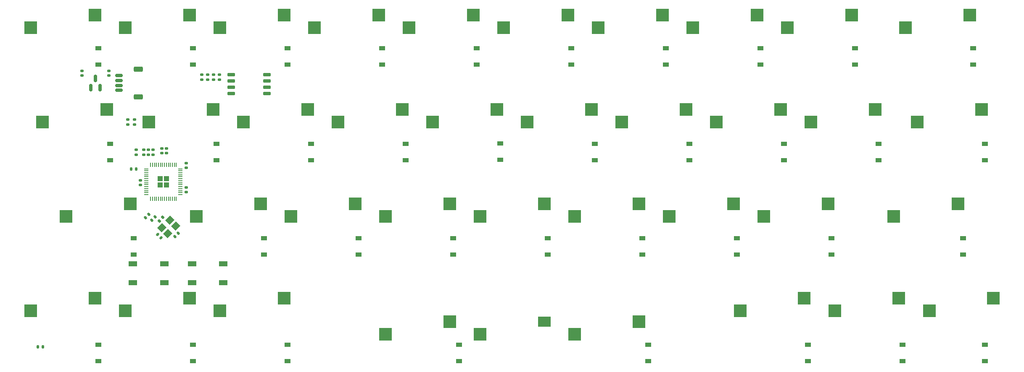
<source format=gbp>
%TF.GenerationSoftware,KiCad,Pcbnew,7.0.6*%
%TF.CreationDate,2023-07-18T22:48:20-04:00*%
%TF.ProjectId,cutiepie2040-standard-stagger,63757469-6570-4696-9532-3034302d7374,rev?*%
%TF.SameCoordinates,PX2d6b3a0PY7aa1830*%
%TF.FileFunction,Paste,Bot*%
%TF.FilePolarity,Positive*%
%FSLAX46Y46*%
G04 Gerber Fmt 4.6, Leading zero omitted, Abs format (unit mm)*
G04 Created by KiCad (PCBNEW 7.0.6) date 2023-07-18 22:48:20*
%MOMM*%
%LPD*%
G01*
G04 APERTURE LIST*
G04 Aperture macros list*
%AMRoundRect*
0 Rectangle with rounded corners*
0 $1 Rounding radius*
0 $2 $3 $4 $5 $6 $7 $8 $9 X,Y pos of 4 corners*
0 Add a 4 corners polygon primitive as box body*
4,1,4,$2,$3,$4,$5,$6,$7,$8,$9,$2,$3,0*
0 Add four circle primitives for the rounded corners*
1,1,$1+$1,$2,$3*
1,1,$1+$1,$4,$5*
1,1,$1+$1,$6,$7*
1,1,$1+$1,$8,$9*
0 Add four rect primitives between the rounded corners*
20,1,$1+$1,$2,$3,$4,$5,0*
20,1,$1+$1,$4,$5,$6,$7,0*
20,1,$1+$1,$6,$7,$8,$9,0*
20,1,$1+$1,$8,$9,$2,$3,0*%
%AMRotRect*
0 Rectangle, with rotation*
0 The origin of the aperture is its center*
0 $1 length*
0 $2 width*
0 $3 Rotation angle, in degrees counterclockwise*
0 Add horizontal line*
21,1,$1,$2,0,0,$3*%
G04 Aperture macros list end*
%ADD10R,2.550000X2.500000*%
%ADD11R,1.200000X0.900000*%
%ADD12RoundRect,0.135000X-0.185000X0.135000X-0.185000X-0.135000X0.185000X-0.135000X0.185000X0.135000X0*%
%ADD13RoundRect,0.135000X0.135000X0.185000X-0.135000X0.185000X-0.135000X-0.185000X0.135000X-0.185000X0*%
%ADD14RoundRect,0.140000X0.170000X-0.140000X0.170000X0.140000X-0.170000X0.140000X-0.170000X-0.140000X0*%
%ADD15RoundRect,0.140000X-0.021213X0.219203X-0.219203X0.021213X0.021213X-0.219203X0.219203X-0.021213X0*%
%ADD16R,1.700000X1.000000*%
%ADD17RotRect,1.400000X1.200000X45.000000*%
%ADD18RoundRect,0.135000X0.035355X-0.226274X0.226274X-0.035355X-0.035355X0.226274X-0.226274X0.035355X0*%
%ADD19RoundRect,0.140000X0.140000X0.170000X-0.140000X0.170000X-0.140000X-0.170000X0.140000X-0.170000X0*%
%ADD20RoundRect,0.140000X-0.170000X0.140000X-0.170000X-0.140000X0.170000X-0.140000X0.170000X0.140000X0*%
%ADD21RoundRect,0.150000X-0.625000X0.150000X-0.625000X-0.150000X0.625000X-0.150000X0.625000X0.150000X0*%
%ADD22RoundRect,0.229167X-0.670833X0.320833X-0.670833X-0.320833X0.670833X-0.320833X0.670833X0.320833X0*%
%ADD23RoundRect,0.140000X0.021213X-0.219203X0.219203X-0.021213X-0.021213X0.219203X-0.219203X0.021213X0*%
%ADD24R,2.550000X2.000000*%
%ADD25RoundRect,0.140000X0.219203X0.021213X0.021213X0.219203X-0.219203X-0.021213X-0.021213X-0.219203X0*%
%ADD26RoundRect,0.250000X0.292217X0.292217X-0.292217X0.292217X-0.292217X-0.292217X0.292217X-0.292217X0*%
%ADD27RoundRect,0.050000X0.387500X0.050000X-0.387500X0.050000X-0.387500X-0.050000X0.387500X-0.050000X0*%
%ADD28RoundRect,0.050000X0.050000X0.387500X-0.050000X0.387500X-0.050000X-0.387500X0.050000X-0.387500X0*%
%ADD29RoundRect,0.150000X0.150000X-0.587500X0.150000X0.587500X-0.150000X0.587500X-0.150000X-0.587500X0*%
%ADD30RoundRect,0.135000X0.185000X-0.135000X0.185000X0.135000X-0.185000X0.135000X-0.185000X-0.135000X0*%
%ADD31RoundRect,0.150000X0.650000X0.150000X-0.650000X0.150000X-0.650000X-0.150000X0.650000X-0.150000X0*%
G04 APERTURE END LIST*
D10*
%TO.C,MX6*%
X39179380Y57467794D03*
X26252380Y54927794D03*
%TD*%
D11*
%TO.C,D21*%
X116085955Y47165862D03*
X116085955Y50465862D03*
%TD*%
%TO.C,D24*%
X130373467Y66513453D03*
X130373467Y69813453D03*
%TD*%
D10*
%TO.C,MX31*%
X154839880Y73977794D03*
X167766880Y76517794D03*
%TD*%
%TO.C,MX33*%
X176271130Y35877584D03*
X189198130Y38417584D03*
%TD*%
D11*
%TO.C,D22*%
X125630802Y28115846D03*
X125630802Y31415846D03*
%TD*%
D12*
%TO.C,R_Flash2*%
X39290726Y64452768D03*
X39290726Y63432768D03*
%TD*%
D13*
%TO.C,R_RST1*%
X3901172Y9525224D03*
X4921172Y9525224D03*
%TD*%
D14*
%TO.C,C_1V-Decoup1*%
X27087038Y48335480D03*
X27087038Y49295480D03*
%TD*%
D11*
%TO.C,D13*%
X73223622Y66513453D03*
X73223622Y69813453D03*
%TD*%
D14*
%TO.C,C_LD1*%
X18157077Y64305627D03*
X18157077Y65265627D03*
%TD*%
D11*
%TO.C,D34*%
X177998507Y6684578D03*
X177998507Y9984578D03*
%TD*%
D10*
%TO.C,MX4*%
X2439880Y16827794D03*
X15366880Y19367794D03*
%TD*%
%TO.C,MX14*%
X64352380Y54927794D03*
X77279380Y57467794D03*
%TD*%
%TO.C,MX10*%
X58229380Y57467794D03*
X45302380Y54927794D03*
%TD*%
D11*
%TO.C,D23*%
X126801589Y6684578D03*
X126801589Y9984578D03*
%TD*%
D15*
%TO.C,C_3V-Decoup8*%
X26789005Y35123683D03*
X27467827Y35802505D03*
%TD*%
D14*
%TO.C,C_1V-Decoup2*%
X29765960Y48633138D03*
X29765960Y49593138D03*
%TD*%
D10*
%TO.C,MX13*%
X59589880Y73977794D03*
X72516880Y76517794D03*
%TD*%
D11*
%TO.C,D17*%
X97035939Y47301801D03*
X97035939Y50601801D03*
%TD*%
%TO.C,D30*%
X158948491Y6684578D03*
X158948491Y9984578D03*
%TD*%
%TO.C,D9*%
X54173574Y66513453D03*
X54173574Y69813453D03*
%TD*%
D10*
%TO.C,MX24*%
X116739880Y73977794D03*
X129666880Y76517794D03*
%TD*%
D11*
%TO.C,D25*%
X135135971Y47165862D03*
X135135971Y50465862D03*
%TD*%
D12*
%TO.C,R_DATA2*%
X22026501Y55427469D03*
X22026501Y54407470D03*
%TD*%
D10*
%TO.C,MX22*%
X111977380Y35877744D03*
X124904380Y38417744D03*
%TD*%
D11*
%TO.C,D31*%
X168473499Y66513453D03*
X168473499Y69813453D03*
%TD*%
D10*
%TO.C,MX16*%
X78639880Y73977794D03*
X91566880Y76517794D03*
%TD*%
%TO.C,MX18*%
X92927380Y35877794D03*
X105854380Y38417794D03*
%TD*%
D11*
%TO.C,D35*%
X192286019Y66513453D03*
X192286019Y69813453D03*
%TD*%
%TO.C,D16*%
X92273670Y66513453D03*
X92273670Y69813453D03*
%TD*%
D16*
%TO.C,SW2*%
X23043816Y22507874D03*
X29343816Y22507874D03*
X23043816Y26307874D03*
X29343816Y26307874D03*
%TD*%
D11*
%TO.C,D19*%
X88701557Y6684578D03*
X88701557Y9984578D03*
%TD*%
D10*
%TO.C,MX15*%
X73877380Y35877744D03*
X86804380Y38417744D03*
%TD*%
D11*
%TO.C,D27*%
X149423483Y66513453D03*
X149423483Y69813453D03*
%TD*%
D10*
%TO.C,MX32*%
X159602380Y54927794D03*
X172529380Y57467794D03*
%TD*%
D15*
%TO.C,C_1V-Decoup3*%
X26193692Y36314309D03*
X25514870Y35635487D03*
%TD*%
D11*
%TO.C,D2*%
X18454623Y47165862D03*
X18454623Y50465862D03*
%TD*%
D17*
%TO.C,Y1*%
X28868178Y33572442D03*
X30423813Y35128077D03*
X31625894Y33925996D03*
X30070259Y32370361D03*
%TD*%
D11*
%TO.C,D18*%
X106580786Y28115846D03*
X106580786Y31415846D03*
%TD*%
%TO.C,D33*%
X190202823Y28115700D03*
X190202823Y31415700D03*
%TD*%
D10*
%TO.C,MX1*%
X2439880Y73977794D03*
X15366880Y76517794D03*
%TD*%
D11*
%TO.C,D37*%
X194667271Y6684578D03*
X194667271Y9984578D03*
%TD*%
D14*
%TO.C,C_3V-Decoup6*%
X33784343Y45656558D03*
X33784343Y46616558D03*
%TD*%
D16*
%TO.C,SW1*%
X34950096Y22507874D03*
X41250096Y22507874D03*
X34950096Y26307874D03*
X41250096Y26307874D03*
%TD*%
D10*
%TO.C,MX17*%
X83402380Y54927794D03*
X96329380Y57467794D03*
%TD*%
D11*
%TO.C,D10*%
X58935907Y47165862D03*
X58935907Y50465862D03*
%TD*%
D10*
%TO.C,MX7*%
X35777380Y35877794D03*
X48704380Y38417794D03*
%TD*%
D11*
%TO.C,D4*%
X16073371Y6684578D03*
X16073371Y9984578D03*
%TD*%
D10*
%TO.C,MX35*%
X178652380Y73977794D03*
X191579380Y76517794D03*
%TD*%
D18*
%TO.C,R_Crystal1*%
X28331545Y34943462D03*
X29052793Y35664710D03*
%TD*%
D19*
%TO.C,C_3V-Decoup5*%
X23663971Y45462608D03*
X22703971Y45462608D03*
%TD*%
D10*
%TO.C,MX26*%
X131027380Y35877794D03*
X143954380Y38417794D03*
%TD*%
%TO.C,MX12*%
X40539880Y16827794D03*
X53466880Y19367794D03*
%TD*%
D20*
%TO.C,C_Flash1*%
X40481352Y64452768D03*
X40481352Y63492768D03*
%TD*%
D10*
%TO.C,MX36*%
X181033630Y54927794D03*
X193960630Y57467794D03*
%TD*%
D14*
%TO.C,C_3V-Decoup7*%
X26144064Y49295480D03*
X26144064Y48335480D03*
%TD*%
%TO.C,C_3V-Decoup1*%
X23663971Y48335480D03*
X23663971Y49295480D03*
%TD*%
D11*
%TO.C,D6*%
X39885891Y47165862D03*
X39885891Y50465862D03*
%TD*%
%TO.C,D32*%
X173236003Y47165862D03*
X173236003Y50465862D03*
%TD*%
D14*
%TO.C,C_3V-Decoup4*%
X24556945Y42182608D03*
X24556945Y43142608D03*
%TD*%
D21*
%TO.C,J1*%
X20249880Y64305627D03*
X20249880Y63305627D03*
X20249880Y62305627D03*
X20249880Y61305627D03*
D22*
X24124880Y65605627D03*
X24124880Y60005627D03*
%TD*%
D23*
%TO.C,C_Crystal1*%
X31509888Y31807545D03*
X32188710Y32486367D03*
%TD*%
D10*
%TO.C,MX30*%
X145314880Y16827794D03*
X158241880Y19367794D03*
%TD*%
%TO.C,MX9*%
X40539880Y73977794D03*
X53466880Y76517794D03*
%TD*%
%TO.C,MX27*%
X135789880Y73977794D03*
X148716880Y76517794D03*
%TD*%
D11*
%TO.C,D36*%
X194667271Y47165862D03*
X194667271Y50465862D03*
%TD*%
%TO.C,D26*%
X144680818Y28115846D03*
X144680818Y31415846D03*
%TD*%
D10*
%TO.C,MX11*%
X54827380Y35877744D03*
X67754380Y38417744D03*
%TD*%
D12*
%TO.C,R_DATA1*%
X23366313Y55427469D03*
X23366313Y54407470D03*
%TD*%
D10*
%TO.C,MX38*%
X92927380Y12065024D03*
D24*
X105854380Y14605024D03*
%TD*%
D11*
%TO.C,D15*%
X87530770Y28115846D03*
X87530770Y31415846D03*
%TD*%
%TO.C,D14*%
X77985923Y47165862D03*
X77985923Y50465862D03*
%TD*%
D25*
%TO.C,C_Crystal2*%
X28692169Y31515531D03*
X28013347Y32194353D03*
%TD*%
D10*
%TO.C,MX5*%
X21489880Y73977794D03*
X34416880Y76517794D03*
%TD*%
D12*
%TO.C,R_Flash1*%
X36909474Y64452768D03*
X36909474Y63432768D03*
%TD*%
D10*
%TO.C,MX8*%
X21489880Y16827794D03*
X34416880Y19367794D03*
%TD*%
D11*
%TO.C,D11*%
X68480754Y28115846D03*
X68480754Y31415846D03*
%TD*%
%TO.C,D28*%
X154185987Y47165862D03*
X154185987Y50465862D03*
%TD*%
D10*
%TO.C,MX25*%
X121502380Y54927794D03*
X134429380Y57467794D03*
%TD*%
D14*
%TO.C,C_3V-Decoup2*%
X25201090Y48335480D03*
X25201090Y49295480D03*
%TD*%
D10*
%TO.C,MX28*%
X140552380Y54927794D03*
X153479380Y57467794D03*
%TD*%
%TO.C,MX23*%
X111977380Y12065024D03*
X124904380Y14605024D03*
%TD*%
D14*
%TO.C,C_LD2*%
X12799251Y64305627D03*
X12799251Y65265627D03*
%TD*%
D10*
%TO.C,MX19*%
X73877380Y12065294D03*
X86804380Y14605294D03*
%TD*%
D11*
%TO.C,D7*%
X49430738Y28115846D03*
X49430738Y31415846D03*
%TD*%
D10*
%TO.C,MX29*%
X150077380Y35877794D03*
X163004380Y38417794D03*
%TD*%
D20*
%TO.C,C_3V-Decoup9*%
X33784343Y41705201D03*
X33784343Y40745201D03*
%TD*%
D10*
%TO.C,MX37*%
X183414880Y16827794D03*
X196341880Y19367794D03*
%TD*%
%TO.C,MX2*%
X17748130Y57467794D03*
X4821130Y54927794D03*
%TD*%
D11*
%TO.C,D29*%
X163730834Y28115846D03*
X163730834Y31415846D03*
%TD*%
D26*
%TO.C,U1*%
X29807886Y42225108D03*
X29807886Y43500108D03*
X28532886Y42225108D03*
X28532886Y43500108D03*
D27*
X32607886Y45462608D03*
X32607886Y45062608D03*
X32607886Y44662608D03*
X32607886Y44262608D03*
X32607886Y43862608D03*
X32607886Y43462608D03*
X32607886Y43062608D03*
X32607886Y42662608D03*
X32607886Y42262608D03*
X32607886Y41862608D03*
X32607886Y41462608D03*
X32607886Y41062608D03*
X32607886Y40662608D03*
X32607886Y40262608D03*
D28*
X31770386Y39425108D03*
X31370386Y39425108D03*
X30970386Y39425108D03*
X30570386Y39425108D03*
X30170386Y39425108D03*
X29770386Y39425108D03*
X29370386Y39425108D03*
X28970386Y39425108D03*
X28570386Y39425108D03*
X28170386Y39425108D03*
X27770386Y39425108D03*
X27370386Y39425108D03*
X26970386Y39425108D03*
X26570386Y39425108D03*
D27*
X25732886Y40262608D03*
X25732886Y40662608D03*
X25732886Y41062608D03*
X25732886Y41462608D03*
X25732886Y41862608D03*
X25732886Y42262608D03*
X25732886Y42662608D03*
X25732886Y43062608D03*
X25732886Y43462608D03*
X25732886Y43862608D03*
X25732886Y44262608D03*
X25732886Y44662608D03*
X25732886Y45062608D03*
X25732886Y45462608D03*
D28*
X26570386Y46300108D03*
X26970386Y46300108D03*
X27370386Y46300108D03*
X27770386Y46300108D03*
X28170386Y46300108D03*
X28570386Y46300108D03*
X28970386Y46300108D03*
X29370386Y46300108D03*
X29770386Y46300108D03*
X30170386Y46300108D03*
X30570386Y46300108D03*
X30970386Y46300108D03*
X31370386Y46300108D03*
X31770386Y46300108D03*
%TD*%
D10*
%TO.C,MX20*%
X97689880Y73977794D03*
X110616880Y76517794D03*
%TD*%
D11*
%TO.C,D8*%
X35123387Y6684578D03*
X35123387Y9984578D03*
%TD*%
D29*
%TO.C,U3*%
X16428164Y61868127D03*
X14528164Y61868127D03*
X15478164Y63743127D03*
%TD*%
D11*
%TO.C,D3*%
X23217484Y28128249D03*
X23217484Y31428249D03*
%TD*%
%TO.C,D5*%
X35123526Y66513453D03*
X35123526Y69813453D03*
%TD*%
D30*
%TO.C,R_Flash3*%
X38100100Y63432768D03*
X38100100Y64452768D03*
%TD*%
D10*
%TO.C,MX21*%
X102452380Y54927794D03*
X115379380Y57467794D03*
%TD*%
D31*
%TO.C,U2*%
X50034492Y64452768D03*
X50034492Y63182768D03*
X50034492Y61912768D03*
X50034492Y60642768D03*
X42834492Y60642768D03*
X42834492Y61912768D03*
X42834492Y63182768D03*
X42834492Y64452768D03*
%TD*%
D14*
%TO.C,C_3V-Decoup3*%
X28822986Y48633138D03*
X28822986Y49593138D03*
%TD*%
D11*
%TO.C,D1*%
X16073478Y66513453D03*
X16073478Y69813453D03*
%TD*%
%TO.C,D20*%
X111323718Y66513453D03*
X111323718Y69813453D03*
%TD*%
D10*
%TO.C,MX34*%
X164364880Y16827794D03*
X177291880Y19367794D03*
%TD*%
%TO.C,MX3*%
X9583630Y35877794D03*
X22510630Y38417794D03*
%TD*%
D11*
%TO.C,D12*%
X54173403Y6684578D03*
X54173403Y9984578D03*
%TD*%
M02*

</source>
